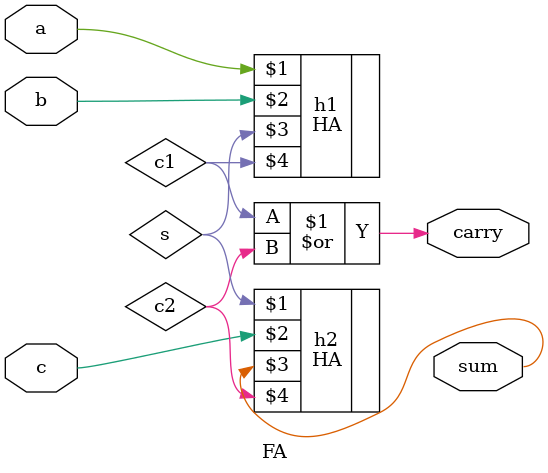
<source format=v>
`timescale 1ns / 1ps
module FA(
    input a,
    input b,
    input c,
    output sum,
    output carry
    );

HA h1(a,b,s,c1);
HA h2(s,c,sum,c2);
or g1(carry,c1,c2);

endmodule

</source>
